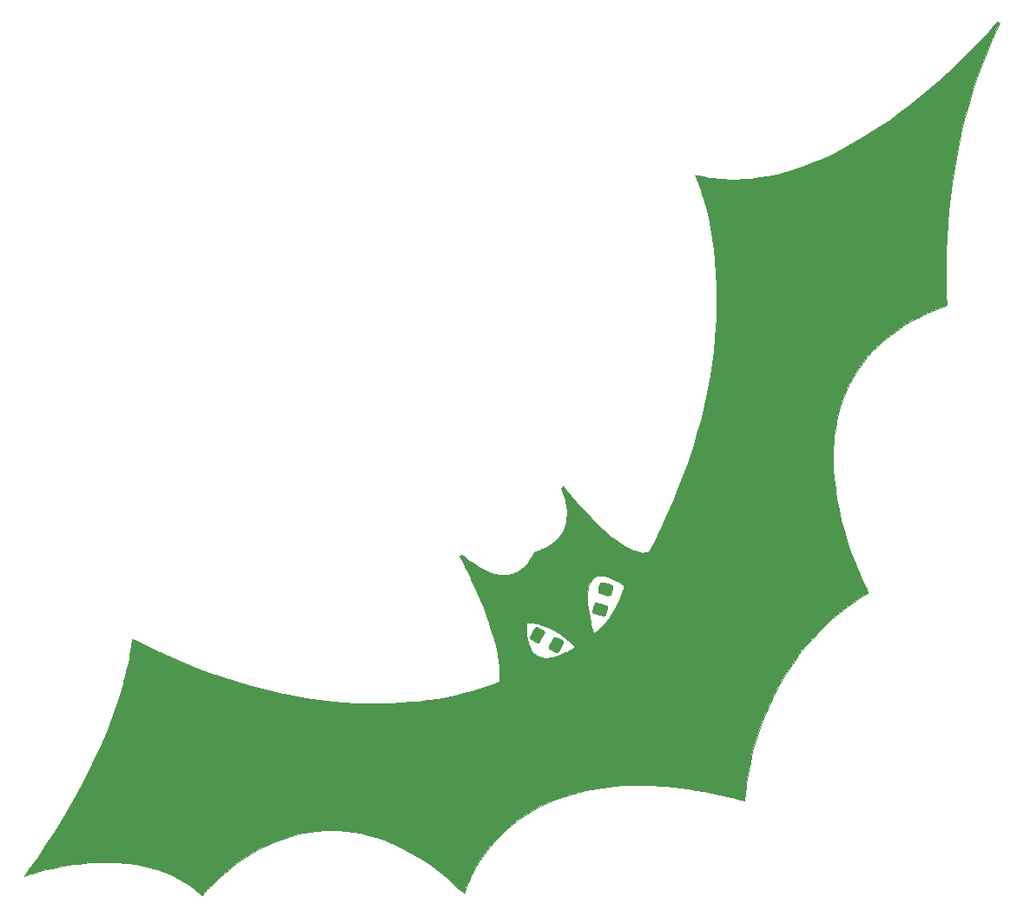
<source format=gbr>
%TF.GenerationSoftware,KiCad,Pcbnew,(5.1.7-0-10_14)*%
%TF.CreationDate,2020-10-21T09:02:29+08:00*%
%TF.ProjectId,HallowBadges,48616c6c-6f77-4426-9164-6765732e6b69,rev?*%
%TF.SameCoordinates,Original*%
%TF.FileFunction,Copper,L1,Top*%
%TF.FilePolarity,Positive*%
%FSLAX46Y46*%
G04 Gerber Fmt 4.6, Leading zero omitted, Abs format (unit mm)*
G04 Created by KiCad (PCBNEW (5.1.7-0-10_14)) date 2020-10-21 09:02:29*
%MOMM*%
%LPD*%
G01*
G04 APERTURE LIST*
%TA.AperFunction,EtchedComponent*%
%ADD10C,0.010000*%
%TD*%
%TA.AperFunction,ViaPad*%
%ADD11C,0.800000*%
%TD*%
G04 APERTURE END LIST*
D10*
%TO.C,Ref\u002A\u002A*%
G36*
X189411859Y-58563086D02*
G01*
X189474671Y-58603953D01*
X189528683Y-58643704D01*
X189584850Y-58688489D01*
X189515258Y-58834740D01*
X188945804Y-60072307D01*
X188412148Y-61316900D01*
X187913499Y-62571060D01*
X187449066Y-63837326D01*
X187018057Y-65118241D01*
X186619680Y-66416344D01*
X186253144Y-67734176D01*
X185917659Y-69074277D01*
X185612431Y-70439189D01*
X185336671Y-71831451D01*
X185164275Y-72802824D01*
X184945149Y-74186820D01*
X184759933Y-75553193D01*
X184608039Y-76908861D01*
X184488883Y-78260741D01*
X184401878Y-79615751D01*
X184346441Y-80980810D01*
X184321985Y-82362835D01*
X184320603Y-82772324D01*
X184321085Y-83156757D01*
X184322798Y-83504540D01*
X184325902Y-83821344D01*
X184330562Y-84112838D01*
X184336939Y-84384692D01*
X184345196Y-84642577D01*
X184355495Y-84892162D01*
X184367998Y-85139118D01*
X184382868Y-85389115D01*
X184400267Y-85647822D01*
X184404762Y-85710792D01*
X184414158Y-85845718D01*
X184421871Y-85965595D01*
X184427560Y-86064290D01*
X184430882Y-86135669D01*
X184431495Y-86173600D01*
X184430843Y-86178097D01*
X184409647Y-86186829D01*
X184355165Y-86207838D01*
X184273804Y-86238692D01*
X184171975Y-86276960D01*
X184063784Y-86317346D01*
X183234171Y-86644361D01*
X182434638Y-86996572D01*
X181665773Y-87373527D01*
X180928163Y-87774775D01*
X180222396Y-88199865D01*
X179549058Y-88648346D01*
X178908736Y-89119767D01*
X178302019Y-89613675D01*
X177729493Y-90129621D01*
X177191745Y-90667151D01*
X176689363Y-91225817D01*
X176222934Y-91805165D01*
X175793045Y-92404745D01*
X175455375Y-92932324D01*
X175111685Y-93531862D01*
X174800491Y-94143339D01*
X174521035Y-94769216D01*
X174272556Y-95411954D01*
X174054297Y-96074016D01*
X173865496Y-96757861D01*
X173705396Y-97465951D01*
X173573237Y-98200747D01*
X173468259Y-98964711D01*
X173405092Y-99578657D01*
X173397531Y-99688099D01*
X173390726Y-99833812D01*
X173384727Y-100009738D01*
X173379587Y-100209821D01*
X173375358Y-100428003D01*
X173372091Y-100658227D01*
X173369838Y-100894436D01*
X173368651Y-101130573D01*
X173368582Y-101360581D01*
X173369683Y-101578403D01*
X173372005Y-101777982D01*
X173375600Y-101953261D01*
X173380520Y-102098182D01*
X173383098Y-102150407D01*
X173456800Y-103119212D01*
X173570372Y-104100409D01*
X173723557Y-105092895D01*
X173916100Y-106095569D01*
X174147743Y-107107328D01*
X174418233Y-108127070D01*
X174727311Y-109153693D01*
X175074723Y-110186095D01*
X175460213Y-111223174D01*
X175533539Y-111410042D01*
X175664946Y-111735887D01*
X175805728Y-112073348D01*
X175952464Y-112414765D01*
X176101733Y-112752480D01*
X176250114Y-113078832D01*
X176394187Y-113386164D01*
X176530531Y-113666815D01*
X176625192Y-113854280D01*
X176679079Y-113961412D01*
X176723953Y-114055490D01*
X176756985Y-114130166D01*
X176775346Y-114179096D01*
X176777393Y-114195629D01*
X176754990Y-114210816D01*
X176702378Y-114244290D01*
X176625510Y-114292331D01*
X176530341Y-114351218D01*
X176422823Y-114417230D01*
X176422617Y-114417357D01*
X175608950Y-114939677D01*
X174815180Y-115498644D01*
X174043059Y-116092656D01*
X173294341Y-116720112D01*
X172570779Y-117379410D01*
X171874124Y-118068950D01*
X171206131Y-118787130D01*
X170568551Y-119532348D01*
X169963138Y-120303003D01*
X169925935Y-120352609D01*
X169337462Y-121174522D01*
X168780453Y-122024167D01*
X168255425Y-122900391D01*
X167762897Y-123802038D01*
X167303387Y-124727953D01*
X166877413Y-125676981D01*
X166485494Y-126647967D01*
X166128147Y-127639757D01*
X165805892Y-128651194D01*
X165519246Y-129681125D01*
X165268729Y-130728394D01*
X165267572Y-130733654D01*
X165183138Y-131135371D01*
X165103194Y-131550535D01*
X165028754Y-131972257D01*
X164960831Y-132393647D01*
X164900441Y-132807814D01*
X164848597Y-133207869D01*
X164806313Y-133586921D01*
X164774603Y-133938082D01*
X164757114Y-134202032D01*
X164750885Y-134303291D01*
X164744123Y-134387227D01*
X164737585Y-134445915D01*
X164732030Y-134471431D01*
X164731324Y-134471907D01*
X164708981Y-134466932D01*
X164649962Y-134452727D01*
X164558650Y-134430377D01*
X164439425Y-134400962D01*
X164296671Y-134365565D01*
X164134770Y-134325270D01*
X163958105Y-134281158D01*
X163882592Y-134262262D01*
X163055363Y-134061049D01*
X162258464Y-133879631D01*
X161485378Y-133716963D01*
X160729588Y-133571994D01*
X159984578Y-133443679D01*
X159243832Y-133330967D01*
X158500833Y-133232812D01*
X157749064Y-133148165D01*
X156982010Y-133075979D01*
X156193154Y-133015205D01*
X156081450Y-133007604D01*
X155955694Y-133000969D01*
X155793616Y-132995236D01*
X155600636Y-132990408D01*
X155382173Y-132986486D01*
X155143647Y-132983470D01*
X154890478Y-132981361D01*
X154628085Y-132980162D01*
X154361887Y-132979872D01*
X154097305Y-132980494D01*
X153839758Y-132982028D01*
X153594665Y-132984476D01*
X153367446Y-132987838D01*
X153163520Y-132992116D01*
X152988308Y-132997311D01*
X152847228Y-133003424D01*
X152790034Y-133006905D01*
X152130611Y-133058793D01*
X151506452Y-133120622D01*
X150911462Y-133193311D01*
X150339545Y-133277775D01*
X149784604Y-133374933D01*
X149240543Y-133485701D01*
X148701267Y-133610997D01*
X148588450Y-133639142D01*
X147753740Y-133868549D01*
X146947967Y-134128323D01*
X146169987Y-134419046D01*
X145418654Y-134741297D01*
X144692823Y-135095659D01*
X143991350Y-135482711D01*
X143313090Y-135903037D01*
X142656898Y-136357215D01*
X142021629Y-136845829D01*
X141635200Y-137168528D01*
X141517968Y-137272662D01*
X141378472Y-137401770D01*
X141223033Y-137549599D01*
X141057971Y-137709898D01*
X140889607Y-137876413D01*
X140724260Y-138042892D01*
X140568252Y-138203083D01*
X140427901Y-138350733D01*
X140309529Y-138479590D01*
X140306482Y-138482990D01*
X139797511Y-139082318D01*
X139324373Y-139703357D01*
X138887655Y-140345239D01*
X138487945Y-141007093D01*
X138125830Y-141688049D01*
X138078102Y-141784990D01*
X137928722Y-142101422D01*
X137792933Y-142409366D01*
X137673449Y-142702183D01*
X137572986Y-142973238D01*
X137498048Y-143203157D01*
X137468134Y-143302642D01*
X137442019Y-143388703D01*
X137422410Y-143452467D01*
X137412018Y-143485062D01*
X137411749Y-143485827D01*
X137392806Y-143483603D01*
X137346151Y-143451568D01*
X137273076Y-143390747D01*
X137174875Y-143302165D01*
X137144797Y-143274160D01*
X136390463Y-142589388D01*
X135635430Y-141946917D01*
X134879645Y-141346719D01*
X134123057Y-140788767D01*
X133365615Y-140273034D01*
X132607268Y-139799492D01*
X131847964Y-139368113D01*
X131087652Y-138978870D01*
X130326281Y-138631736D01*
X129563800Y-138326683D01*
X128800158Y-138063683D01*
X128035302Y-137842710D01*
X127269183Y-137663735D01*
X126501749Y-137526732D01*
X126395200Y-137511042D01*
X126163644Y-137478889D01*
X125954071Y-137452436D01*
X125758499Y-137431169D01*
X125568945Y-137414574D01*
X125377425Y-137402139D01*
X125175957Y-137393348D01*
X124956557Y-137387690D01*
X124711242Y-137384650D01*
X124432029Y-137383715D01*
X124416117Y-137383714D01*
X124143161Y-137384502D01*
X123904526Y-137387154D01*
X123692224Y-137392189D01*
X123498262Y-137400125D01*
X123314652Y-137411481D01*
X123133404Y-137426775D01*
X122946526Y-137446527D01*
X122746029Y-137471254D01*
X122523922Y-137501476D01*
X122458200Y-137510789D01*
X121717858Y-137637397D01*
X120977529Y-137805692D01*
X120238634Y-138015049D01*
X119502590Y-138264846D01*
X118770815Y-138554460D01*
X118044727Y-138883266D01*
X117325745Y-139250641D01*
X116615287Y-139655962D01*
X115914771Y-140098606D01*
X115225616Y-140577948D01*
X114859367Y-140851318D01*
X114469747Y-141157878D01*
X114080556Y-141480761D01*
X113697167Y-141814937D01*
X113324952Y-142155372D01*
X112969282Y-142497036D01*
X112635531Y-142834896D01*
X112329071Y-143163920D01*
X112060319Y-143473032D01*
X111990897Y-143555007D01*
X111930847Y-143623812D01*
X111885421Y-143673590D01*
X111859867Y-143698485D01*
X111856665Y-143700240D01*
X111836351Y-143686872D01*
X111791456Y-143650831D01*
X111728841Y-143597786D01*
X111663200Y-143540365D01*
X111152252Y-143115472D01*
X110612510Y-142721176D01*
X110044768Y-142357801D01*
X109449823Y-142025669D01*
X108828470Y-141725104D01*
X108181505Y-141456428D01*
X107509723Y-141219964D01*
X106813921Y-141016037D01*
X106094893Y-140844968D01*
X105353436Y-140707082D01*
X104590344Y-140602700D01*
X104371284Y-140579358D01*
X103576163Y-140517537D01*
X102758418Y-140488571D01*
X101922062Y-140492412D01*
X101071106Y-140529012D01*
X100209563Y-140598324D01*
X99883950Y-140632810D01*
X99346268Y-140700035D01*
X98796525Y-140781280D01*
X98241069Y-140875173D01*
X97686246Y-140980344D01*
X97138402Y-141095423D01*
X96603885Y-141219040D01*
X96089040Y-141349825D01*
X95600214Y-141486407D01*
X95143754Y-141627416D01*
X94904314Y-141707918D01*
X94788676Y-141747159D01*
X94688129Y-141779532D01*
X94608908Y-141803175D01*
X94557248Y-141816224D01*
X94539367Y-141816984D01*
X94551349Y-141796316D01*
X94585428Y-141745399D01*
X94638805Y-141668218D01*
X94708679Y-141568762D01*
X94792251Y-141451019D01*
X94886719Y-141318976D01*
X94980405Y-141188907D01*
X95840549Y-139973487D01*
X96667552Y-138754275D01*
X97460874Y-137532341D01*
X98219978Y-136308752D01*
X98944327Y-135084579D01*
X99633383Y-133860890D01*
X100286608Y-132638754D01*
X100903465Y-131419240D01*
X101483415Y-130203417D01*
X102025921Y-128992354D01*
X102530445Y-127787120D01*
X102996450Y-126588783D01*
X103423398Y-125398413D01*
X103810750Y-124217079D01*
X104157970Y-123045850D01*
X104220702Y-122819657D01*
X104336637Y-122384795D01*
X104446881Y-121947416D01*
X104550442Y-121512375D01*
X104646328Y-121084524D01*
X104733548Y-120668716D01*
X104811109Y-120269806D01*
X104878020Y-119892647D01*
X104933289Y-119542092D01*
X104975925Y-119222995D01*
X104998366Y-119014137D01*
X105009292Y-118908980D01*
X105020378Y-118820811D01*
X105030518Y-118757244D01*
X105038605Y-118725894D01*
X105040522Y-118723907D01*
X105062144Y-118733112D01*
X105117289Y-118759328D01*
X105201702Y-118800458D01*
X105311131Y-118854405D01*
X105441323Y-118919070D01*
X105588024Y-118992357D01*
X105746981Y-119072167D01*
X105761047Y-119079248D01*
X107118655Y-119743267D01*
X108478068Y-120369226D01*
X109838482Y-120956888D01*
X111199094Y-121506018D01*
X112559099Y-122016379D01*
X113917693Y-122487735D01*
X115274074Y-122919851D01*
X116627436Y-123312491D01*
X117976977Y-123665419D01*
X119321893Y-123978400D01*
X120661379Y-124251196D01*
X121994632Y-124483573D01*
X123320848Y-124675294D01*
X124639223Y-124826124D01*
X125643784Y-124913891D01*
X126780344Y-124984291D01*
X127914358Y-125023939D01*
X129041042Y-125032904D01*
X130155614Y-125011255D01*
X131253291Y-124959060D01*
X132329289Y-124876389D01*
X132999200Y-124808094D01*
X133912767Y-124694041D01*
X134809382Y-124558743D01*
X135686184Y-124402864D01*
X136540312Y-124227066D01*
X137368905Y-124032012D01*
X138169102Y-123818366D01*
X138938041Y-123586791D01*
X139672863Y-123337949D01*
X140206450Y-123137807D01*
X140330756Y-123088547D01*
X140452964Y-123039178D01*
X140562643Y-122993981D01*
X140649360Y-122957234D01*
X140685275Y-122941366D01*
X140825433Y-122877692D01*
X140841438Y-122689924D01*
X140850180Y-122543807D01*
X140854894Y-122366154D01*
X140855739Y-122167557D01*
X140852873Y-121958605D01*
X140846457Y-121749891D01*
X140836649Y-121552003D01*
X140823609Y-121375533D01*
X140821301Y-121350697D01*
X140759096Y-120834102D01*
X140668885Y-120287153D01*
X140551019Y-119710932D01*
X140405850Y-119106516D01*
X140233729Y-118474986D01*
X140035005Y-117817423D01*
X139943191Y-117538879D01*
X143459415Y-117538879D01*
X143462562Y-117964821D01*
X143491106Y-118362287D01*
X143544732Y-118730437D01*
X143623127Y-119068430D01*
X143725979Y-119375427D01*
X143852972Y-119650587D01*
X144003795Y-119893070D01*
X144178133Y-120102036D01*
X144375674Y-120276645D01*
X144515940Y-120371061D01*
X144616579Y-120422248D01*
X144743390Y-120473364D01*
X144880587Y-120518733D01*
X145012380Y-120552678D01*
X145032450Y-120556775D01*
X145147302Y-120571430D01*
X145291679Y-120578142D01*
X145453604Y-120577310D01*
X145621099Y-120569337D01*
X145782187Y-120554620D01*
X145924890Y-120533562D01*
X145964284Y-120525643D01*
X146277177Y-120443937D01*
X146609777Y-120331380D01*
X146955664Y-120190428D01*
X147308419Y-120023540D01*
X147403117Y-119974818D01*
X147555960Y-119893367D01*
X147700883Y-119813378D01*
X147833367Y-119737583D01*
X147948893Y-119668713D01*
X148042941Y-119609501D01*
X148110992Y-119562676D01*
X148148526Y-119530971D01*
X148154534Y-119520690D01*
X148140436Y-119493242D01*
X148101380Y-119441165D01*
X148042219Y-119369882D01*
X147967807Y-119284821D01*
X147882996Y-119191405D01*
X147792642Y-119095061D01*
X147701596Y-119001215D01*
X147614714Y-118915290D01*
X147602194Y-118903280D01*
X147212950Y-118558029D01*
X146803775Y-118245803D01*
X146377395Y-117968038D01*
X145936535Y-117726174D01*
X145483922Y-117521648D01*
X145022279Y-117355897D01*
X144554334Y-117230361D01*
X144353748Y-117189451D01*
X144238987Y-117169987D01*
X144112249Y-117151380D01*
X143980602Y-117134344D01*
X143851112Y-117119593D01*
X143730847Y-117107840D01*
X143626873Y-117099800D01*
X143546258Y-117096186D01*
X143496070Y-117097711D01*
X143483347Y-117101537D01*
X143478429Y-117126271D01*
X143473266Y-117186696D01*
X143468222Y-117276177D01*
X143463660Y-117388076D01*
X143459944Y-117515757D01*
X143459415Y-117538879D01*
X139943191Y-117538879D01*
X139810031Y-117134904D01*
X139559157Y-116428511D01*
X139282734Y-115699323D01*
X138981112Y-114948420D01*
X138799732Y-114519764D01*
X149407687Y-114519764D01*
X149409412Y-114879137D01*
X149430674Y-115269015D01*
X149471131Y-115686054D01*
X149530444Y-116126908D01*
X149608271Y-116588235D01*
X149704273Y-117066689D01*
X149730415Y-117185640D01*
X149767110Y-117346298D01*
X149805283Y-117507105D01*
X149843543Y-117662791D01*
X149880504Y-117808089D01*
X149914775Y-117937729D01*
X149944968Y-118046443D01*
X149969695Y-118128961D01*
X149987566Y-118180016D01*
X149996397Y-118194740D01*
X150018789Y-118183764D01*
X150067118Y-118154538D01*
X150132318Y-118112621D01*
X150156136Y-118096853D01*
X150361368Y-117947352D01*
X150576026Y-117765837D01*
X150802768Y-117549936D01*
X151006504Y-117338132D01*
X151304495Y-116991594D01*
X151590205Y-116607372D01*
X151861795Y-116188807D01*
X152117427Y-115739242D01*
X152355261Y-115262019D01*
X152573458Y-114760477D01*
X152770178Y-114237960D01*
X152859232Y-113971990D01*
X152907553Y-113822969D01*
X152944214Y-113708910D01*
X152969108Y-113624048D01*
X152982128Y-113562621D01*
X152983166Y-113518862D01*
X152972113Y-113487008D01*
X152948864Y-113461294D01*
X152913310Y-113435957D01*
X152865343Y-113405230D01*
X152848448Y-113394054D01*
X152685108Y-113288571D01*
X152501426Y-113177105D01*
X152310527Y-113067186D01*
X152125533Y-112966342D01*
X151959569Y-112882102D01*
X151938329Y-112871933D01*
X151619946Y-112734351D01*
X151322376Y-112633528D01*
X151045740Y-112569398D01*
X150790163Y-112541897D01*
X150555768Y-112550960D01*
X150342677Y-112596522D01*
X150151014Y-112678518D01*
X149980902Y-112796883D01*
X149832464Y-112951553D01*
X149705825Y-113142462D01*
X149601106Y-113369547D01*
X149518431Y-113632741D01*
X149457923Y-113931980D01*
X149425839Y-114194240D01*
X149407687Y-114519764D01*
X138799732Y-114519764D01*
X138654644Y-114176881D01*
X138303679Y-113385786D01*
X138062181Y-112860740D01*
X138008688Y-112747542D01*
X137939306Y-112603113D01*
X137857242Y-112434003D01*
X137765705Y-112246762D01*
X137667901Y-112047940D01*
X137567039Y-111844088D01*
X137466325Y-111641756D01*
X137416544Y-111542244D01*
X137327029Y-111363185D01*
X137243897Y-111196024D01*
X137168970Y-111044492D01*
X137104074Y-110912322D01*
X137051034Y-110803244D01*
X137011674Y-110720990D01*
X136987820Y-110669293D01*
X136981169Y-110651889D01*
X137000677Y-110636582D01*
X137043114Y-110602810D01*
X137086917Y-110567791D01*
X137184717Y-110489467D01*
X137462227Y-110721079D01*
X137913795Y-111081607D01*
X138355667Y-111401255D01*
X138788259Y-111680250D01*
X139211988Y-111918819D01*
X139627269Y-112117190D01*
X140034518Y-112275590D01*
X140434153Y-112394246D01*
X140590893Y-112430404D01*
X140696791Y-112451804D01*
X140788156Y-112467199D01*
X140876021Y-112477542D01*
X140971419Y-112483791D01*
X141085383Y-112486899D01*
X141228948Y-112487822D01*
X141254200Y-112487831D01*
X141461408Y-112484607D01*
X141638020Y-112473811D01*
X141795374Y-112453649D01*
X141944814Y-112422324D01*
X142097678Y-112378040D01*
X142224089Y-112334261D01*
X142531551Y-112199738D01*
X142826087Y-112026357D01*
X143105547Y-111816198D01*
X143367786Y-111571339D01*
X143610656Y-111293862D01*
X143832009Y-110985845D01*
X144029697Y-110649368D01*
X144093665Y-110523700D01*
X144135314Y-110436317D01*
X144168847Y-110361570D01*
X144190383Y-110308399D01*
X144196367Y-110287219D01*
X144215632Y-110269747D01*
X144268661Y-110244501D01*
X144348302Y-110214576D01*
X144413325Y-110193345D01*
X144711123Y-110091745D01*
X145011402Y-109971697D01*
X145303365Y-109838187D01*
X145576213Y-109696198D01*
X145819149Y-109550714D01*
X145851261Y-109529618D01*
X146171826Y-109293144D01*
X146456479Y-109034540D01*
X146705034Y-108754390D01*
X146917301Y-108453280D01*
X147093094Y-108131793D01*
X147232224Y-107790514D01*
X147334504Y-107430027D01*
X147399746Y-107050917D01*
X147427763Y-106653769D01*
X147418365Y-106239166D01*
X147371367Y-105807694D01*
X147286579Y-105359936D01*
X147245549Y-105190085D01*
X147182712Y-104963204D01*
X147108800Y-104728252D01*
X147028531Y-104498958D01*
X146946621Y-104289052D01*
X146895580Y-104171370D01*
X146823034Y-104012178D01*
X146939375Y-103934931D01*
X147003958Y-103894097D01*
X147044091Y-103875684D01*
X147069126Y-103876625D01*
X147083227Y-103887754D01*
X147104081Y-103912026D01*
X147147821Y-103963984D01*
X147210335Y-104038707D01*
X147287510Y-104131273D01*
X147375236Y-104236761D01*
X147435536Y-104309407D01*
X147953533Y-104924409D01*
X148463114Y-105510389D01*
X148963369Y-106066460D01*
X149453390Y-106591732D01*
X149932266Y-107085318D01*
X150399088Y-107546329D01*
X150852946Y-107973877D01*
X151292932Y-108367073D01*
X151718136Y-108725030D01*
X152127647Y-109046860D01*
X152520558Y-109331673D01*
X152705824Y-109456841D01*
X153052538Y-109674201D01*
X153385350Y-109860729D01*
X153702998Y-110016076D01*
X154004218Y-110139891D01*
X154287748Y-110231824D01*
X154552325Y-110291525D01*
X154796688Y-110318645D01*
X155019572Y-110312833D01*
X155219716Y-110273738D01*
X155393963Y-110202047D01*
X155492812Y-110148246D01*
X155970737Y-109192035D01*
X156616411Y-107867107D01*
X157222961Y-106553908D01*
X157791226Y-105250199D01*
X158322044Y-103953743D01*
X158816255Y-102662303D01*
X159274698Y-101373642D01*
X159698212Y-100085523D01*
X160087635Y-98795707D01*
X160443808Y-97501959D01*
X160631878Y-96763490D01*
X160919927Y-95537097D01*
X161173448Y-94325526D01*
X161393521Y-93121541D01*
X161581226Y-91917909D01*
X161737643Y-90707393D01*
X161863853Y-89482760D01*
X161960935Y-88236774D01*
X161998598Y-87608907D01*
X162006107Y-87443475D01*
X162012850Y-87241676D01*
X162018791Y-87009470D01*
X162023891Y-86752817D01*
X162028112Y-86477677D01*
X162031416Y-86190009D01*
X162033766Y-85895774D01*
X162035123Y-85600932D01*
X162035450Y-85311442D01*
X162034709Y-85033265D01*
X162032862Y-84772361D01*
X162029870Y-84534689D01*
X162025697Y-84326210D01*
X162020531Y-84158740D01*
X161960594Y-82998301D01*
X161871038Y-81867380D01*
X161751745Y-80765138D01*
X161602598Y-79690734D01*
X161423481Y-78643329D01*
X161214276Y-77622081D01*
X160974868Y-76626150D01*
X160970876Y-76610744D01*
X160857141Y-76188102D01*
X160736005Y-75767459D01*
X160609518Y-75355012D01*
X160479726Y-74956954D01*
X160348678Y-74579480D01*
X160218421Y-74228785D01*
X160091004Y-73911063D01*
X160035560Y-73781459D01*
X159993456Y-73683361D01*
X159959165Y-73599931D01*
X159935528Y-73538361D01*
X159925384Y-73505844D01*
X159925493Y-73502704D01*
X159948200Y-73503750D01*
X160003544Y-73512766D01*
X160082911Y-73528203D01*
X160166617Y-73546055D01*
X160698633Y-73656064D01*
X161209259Y-73745216D01*
X161709302Y-73814678D01*
X162209572Y-73865619D01*
X162720877Y-73899205D01*
X163254026Y-73916602D01*
X163627367Y-73919784D01*
X163917318Y-73918512D01*
X164176225Y-73914422D01*
X164415313Y-73906981D01*
X164645809Y-73895659D01*
X164878939Y-73879926D01*
X165125930Y-73859250D01*
X165341867Y-73838713D01*
X166182616Y-73735525D01*
X167033796Y-73591723D01*
X167894901Y-73407592D01*
X168765427Y-73183413D01*
X169644869Y-72919471D01*
X170532722Y-72616048D01*
X171428481Y-72273427D01*
X172331642Y-71891893D01*
X173241699Y-71471727D01*
X174158149Y-71013213D01*
X175080486Y-70516635D01*
X176008205Y-69982275D01*
X176940802Y-69410417D01*
X177877772Y-68801344D01*
X178818609Y-68155339D01*
X179762810Y-67472686D01*
X180709869Y-66753667D01*
X181659282Y-65998566D01*
X182610543Y-65207665D01*
X183563149Y-64381249D01*
X184516594Y-63519600D01*
X185470373Y-62623002D01*
X185661689Y-62438969D01*
X186025033Y-62084489D01*
X186396655Y-61715010D01*
X186772167Y-61335160D01*
X187147183Y-60949566D01*
X187517315Y-60562857D01*
X187878178Y-60179662D01*
X188225383Y-59804608D01*
X188554544Y-59442322D01*
X188861273Y-59097435D01*
X189141185Y-58774572D01*
X189194634Y-58711789D01*
X189351200Y-58527255D01*
X189411859Y-58563086D01*
G37*
X189411859Y-58563086D02*
X189474671Y-58603953D01*
X189528683Y-58643704D01*
X189584850Y-58688489D01*
X189515258Y-58834740D01*
X188945804Y-60072307D01*
X188412148Y-61316900D01*
X187913499Y-62571060D01*
X187449066Y-63837326D01*
X187018057Y-65118241D01*
X186619680Y-66416344D01*
X186253144Y-67734176D01*
X185917659Y-69074277D01*
X185612431Y-70439189D01*
X185336671Y-71831451D01*
X185164275Y-72802824D01*
X184945149Y-74186820D01*
X184759933Y-75553193D01*
X184608039Y-76908861D01*
X184488883Y-78260741D01*
X184401878Y-79615751D01*
X184346441Y-80980810D01*
X184321985Y-82362835D01*
X184320603Y-82772324D01*
X184321085Y-83156757D01*
X184322798Y-83504540D01*
X184325902Y-83821344D01*
X184330562Y-84112838D01*
X184336939Y-84384692D01*
X184345196Y-84642577D01*
X184355495Y-84892162D01*
X184367998Y-85139118D01*
X184382868Y-85389115D01*
X184400267Y-85647822D01*
X184404762Y-85710792D01*
X184414158Y-85845718D01*
X184421871Y-85965595D01*
X184427560Y-86064290D01*
X184430882Y-86135669D01*
X184431495Y-86173600D01*
X184430843Y-86178097D01*
X184409647Y-86186829D01*
X184355165Y-86207838D01*
X184273804Y-86238692D01*
X184171975Y-86276960D01*
X184063784Y-86317346D01*
X183234171Y-86644361D01*
X182434638Y-86996572D01*
X181665773Y-87373527D01*
X180928163Y-87774775D01*
X180222396Y-88199865D01*
X179549058Y-88648346D01*
X178908736Y-89119767D01*
X178302019Y-89613675D01*
X177729493Y-90129621D01*
X177191745Y-90667151D01*
X176689363Y-91225817D01*
X176222934Y-91805165D01*
X175793045Y-92404745D01*
X175455375Y-92932324D01*
X175111685Y-93531862D01*
X174800491Y-94143339D01*
X174521035Y-94769216D01*
X174272556Y-95411954D01*
X174054297Y-96074016D01*
X173865496Y-96757861D01*
X173705396Y-97465951D01*
X173573237Y-98200747D01*
X173468259Y-98964711D01*
X173405092Y-99578657D01*
X173397531Y-99688099D01*
X173390726Y-99833812D01*
X173384727Y-100009738D01*
X173379587Y-100209821D01*
X173375358Y-100428003D01*
X173372091Y-100658227D01*
X173369838Y-100894436D01*
X173368651Y-101130573D01*
X173368582Y-101360581D01*
X173369683Y-101578403D01*
X173372005Y-101777982D01*
X173375600Y-101953261D01*
X173380520Y-102098182D01*
X173383098Y-102150407D01*
X173456800Y-103119212D01*
X173570372Y-104100409D01*
X173723557Y-105092895D01*
X173916100Y-106095569D01*
X174147743Y-107107328D01*
X174418233Y-108127070D01*
X174727311Y-109153693D01*
X175074723Y-110186095D01*
X175460213Y-111223174D01*
X175533539Y-111410042D01*
X175664946Y-111735887D01*
X175805728Y-112073348D01*
X175952464Y-112414765D01*
X176101733Y-112752480D01*
X176250114Y-113078832D01*
X176394187Y-113386164D01*
X176530531Y-113666815D01*
X176625192Y-113854280D01*
X176679079Y-113961412D01*
X176723953Y-114055490D01*
X176756985Y-114130166D01*
X176775346Y-114179096D01*
X176777393Y-114195629D01*
X176754990Y-114210816D01*
X176702378Y-114244290D01*
X176625510Y-114292331D01*
X176530341Y-114351218D01*
X176422823Y-114417230D01*
X176422617Y-114417357D01*
X175608950Y-114939677D01*
X174815180Y-115498644D01*
X174043059Y-116092656D01*
X173294341Y-116720112D01*
X172570779Y-117379410D01*
X171874124Y-118068950D01*
X171206131Y-118787130D01*
X170568551Y-119532348D01*
X169963138Y-120303003D01*
X169925935Y-120352609D01*
X169337462Y-121174522D01*
X168780453Y-122024167D01*
X168255425Y-122900391D01*
X167762897Y-123802038D01*
X167303387Y-124727953D01*
X166877413Y-125676981D01*
X166485494Y-126647967D01*
X166128147Y-127639757D01*
X165805892Y-128651194D01*
X165519246Y-129681125D01*
X165268729Y-130728394D01*
X165267572Y-130733654D01*
X165183138Y-131135371D01*
X165103194Y-131550535D01*
X165028754Y-131972257D01*
X164960831Y-132393647D01*
X164900441Y-132807814D01*
X164848597Y-133207869D01*
X164806313Y-133586921D01*
X164774603Y-133938082D01*
X164757114Y-134202032D01*
X164750885Y-134303291D01*
X164744123Y-134387227D01*
X164737585Y-134445915D01*
X164732030Y-134471431D01*
X164731324Y-134471907D01*
X164708981Y-134466932D01*
X164649962Y-134452727D01*
X164558650Y-134430377D01*
X164439425Y-134400962D01*
X164296671Y-134365565D01*
X164134770Y-134325270D01*
X163958105Y-134281158D01*
X163882592Y-134262262D01*
X163055363Y-134061049D01*
X162258464Y-133879631D01*
X161485378Y-133716963D01*
X160729588Y-133571994D01*
X159984578Y-133443679D01*
X159243832Y-133330967D01*
X158500833Y-133232812D01*
X157749064Y-133148165D01*
X156982010Y-133075979D01*
X156193154Y-133015205D01*
X156081450Y-133007604D01*
X155955694Y-133000969D01*
X155793616Y-132995236D01*
X155600636Y-132990408D01*
X155382173Y-132986486D01*
X155143647Y-132983470D01*
X154890478Y-132981361D01*
X154628085Y-132980162D01*
X154361887Y-132979872D01*
X154097305Y-132980494D01*
X153839758Y-132982028D01*
X153594665Y-132984476D01*
X153367446Y-132987838D01*
X153163520Y-132992116D01*
X152988308Y-132997311D01*
X152847228Y-133003424D01*
X152790034Y-133006905D01*
X152130611Y-133058793D01*
X151506452Y-133120622D01*
X150911462Y-133193311D01*
X150339545Y-133277775D01*
X149784604Y-133374933D01*
X149240543Y-133485701D01*
X148701267Y-133610997D01*
X148588450Y-133639142D01*
X147753740Y-133868549D01*
X146947967Y-134128323D01*
X146169987Y-134419046D01*
X145418654Y-134741297D01*
X144692823Y-135095659D01*
X143991350Y-135482711D01*
X143313090Y-135903037D01*
X142656898Y-136357215D01*
X142021629Y-136845829D01*
X141635200Y-137168528D01*
X141517968Y-137272662D01*
X141378472Y-137401770D01*
X141223033Y-137549599D01*
X141057971Y-137709898D01*
X140889607Y-137876413D01*
X140724260Y-138042892D01*
X140568252Y-138203083D01*
X140427901Y-138350733D01*
X140309529Y-138479590D01*
X140306482Y-138482990D01*
X139797511Y-139082318D01*
X139324373Y-139703357D01*
X138887655Y-140345239D01*
X138487945Y-141007093D01*
X138125830Y-141688049D01*
X138078102Y-141784990D01*
X137928722Y-142101422D01*
X137792933Y-142409366D01*
X137673449Y-142702183D01*
X137572986Y-142973238D01*
X137498048Y-143203157D01*
X137468134Y-143302642D01*
X137442019Y-143388703D01*
X137422410Y-143452467D01*
X137412018Y-143485062D01*
X137411749Y-143485827D01*
X137392806Y-143483603D01*
X137346151Y-143451568D01*
X137273076Y-143390747D01*
X137174875Y-143302165D01*
X137144797Y-143274160D01*
X136390463Y-142589388D01*
X135635430Y-141946917D01*
X134879645Y-141346719D01*
X134123057Y-140788767D01*
X133365615Y-140273034D01*
X132607268Y-139799492D01*
X131847964Y-139368113D01*
X131087652Y-138978870D01*
X130326281Y-138631736D01*
X129563800Y-138326683D01*
X128800158Y-138063683D01*
X128035302Y-137842710D01*
X127269183Y-137663735D01*
X126501749Y-137526732D01*
X126395200Y-137511042D01*
X126163644Y-137478889D01*
X125954071Y-137452436D01*
X125758499Y-137431169D01*
X125568945Y-137414574D01*
X125377425Y-137402139D01*
X125175957Y-137393348D01*
X124956557Y-137387690D01*
X124711242Y-137384650D01*
X124432029Y-137383715D01*
X124416117Y-137383714D01*
X124143161Y-137384502D01*
X123904526Y-137387154D01*
X123692224Y-137392189D01*
X123498262Y-137400125D01*
X123314652Y-137411481D01*
X123133404Y-137426775D01*
X122946526Y-137446527D01*
X122746029Y-137471254D01*
X122523922Y-137501476D01*
X122458200Y-137510789D01*
X121717858Y-137637397D01*
X120977529Y-137805692D01*
X120238634Y-138015049D01*
X119502590Y-138264846D01*
X118770815Y-138554460D01*
X118044727Y-138883266D01*
X117325745Y-139250641D01*
X116615287Y-139655962D01*
X115914771Y-140098606D01*
X115225616Y-140577948D01*
X114859367Y-140851318D01*
X114469747Y-141157878D01*
X114080556Y-141480761D01*
X113697167Y-141814937D01*
X113324952Y-142155372D01*
X112969282Y-142497036D01*
X112635531Y-142834896D01*
X112329071Y-143163920D01*
X112060319Y-143473032D01*
X111990897Y-143555007D01*
X111930847Y-143623812D01*
X111885421Y-143673590D01*
X111859867Y-143698485D01*
X111856665Y-143700240D01*
X111836351Y-143686872D01*
X111791456Y-143650831D01*
X111728841Y-143597786D01*
X111663200Y-143540365D01*
X111152252Y-143115472D01*
X110612510Y-142721176D01*
X110044768Y-142357801D01*
X109449823Y-142025669D01*
X108828470Y-141725104D01*
X108181505Y-141456428D01*
X107509723Y-141219964D01*
X106813921Y-141016037D01*
X106094893Y-140844968D01*
X105353436Y-140707082D01*
X104590344Y-140602700D01*
X104371284Y-140579358D01*
X103576163Y-140517537D01*
X102758418Y-140488571D01*
X101922062Y-140492412D01*
X101071106Y-140529012D01*
X100209563Y-140598324D01*
X99883950Y-140632810D01*
X99346268Y-140700035D01*
X98796525Y-140781280D01*
X98241069Y-140875173D01*
X97686246Y-140980344D01*
X97138402Y-141095423D01*
X96603885Y-141219040D01*
X96089040Y-141349825D01*
X95600214Y-141486407D01*
X95143754Y-141627416D01*
X94904314Y-141707918D01*
X94788676Y-141747159D01*
X94688129Y-141779532D01*
X94608908Y-141803175D01*
X94557248Y-141816224D01*
X94539367Y-141816984D01*
X94551349Y-141796316D01*
X94585428Y-141745399D01*
X94638805Y-141668218D01*
X94708679Y-141568762D01*
X94792251Y-141451019D01*
X94886719Y-141318976D01*
X94980405Y-141188907D01*
X95840549Y-139973487D01*
X96667552Y-138754275D01*
X97460874Y-137532341D01*
X98219978Y-136308752D01*
X98944327Y-135084579D01*
X99633383Y-133860890D01*
X100286608Y-132638754D01*
X100903465Y-131419240D01*
X101483415Y-130203417D01*
X102025921Y-128992354D01*
X102530445Y-127787120D01*
X102996450Y-126588783D01*
X103423398Y-125398413D01*
X103810750Y-124217079D01*
X104157970Y-123045850D01*
X104220702Y-122819657D01*
X104336637Y-122384795D01*
X104446881Y-121947416D01*
X104550442Y-121512375D01*
X104646328Y-121084524D01*
X104733548Y-120668716D01*
X104811109Y-120269806D01*
X104878020Y-119892647D01*
X104933289Y-119542092D01*
X104975925Y-119222995D01*
X104998366Y-119014137D01*
X105009292Y-118908980D01*
X105020378Y-118820811D01*
X105030518Y-118757244D01*
X105038605Y-118725894D01*
X105040522Y-118723907D01*
X105062144Y-118733112D01*
X105117289Y-118759328D01*
X105201702Y-118800458D01*
X105311131Y-118854405D01*
X105441323Y-118919070D01*
X105588024Y-118992357D01*
X105746981Y-119072167D01*
X105761047Y-119079248D01*
X107118655Y-119743267D01*
X108478068Y-120369226D01*
X109838482Y-120956888D01*
X111199094Y-121506018D01*
X112559099Y-122016379D01*
X113917693Y-122487735D01*
X115274074Y-122919851D01*
X116627436Y-123312491D01*
X117976977Y-123665419D01*
X119321893Y-123978400D01*
X120661379Y-124251196D01*
X121994632Y-124483573D01*
X123320848Y-124675294D01*
X124639223Y-124826124D01*
X125643784Y-124913891D01*
X126780344Y-124984291D01*
X127914358Y-125023939D01*
X129041042Y-125032904D01*
X130155614Y-125011255D01*
X131253291Y-124959060D01*
X132329289Y-124876389D01*
X132999200Y-124808094D01*
X133912767Y-124694041D01*
X134809382Y-124558743D01*
X135686184Y-124402864D01*
X136540312Y-124227066D01*
X137368905Y-124032012D01*
X138169102Y-123818366D01*
X138938041Y-123586791D01*
X139672863Y-123337949D01*
X140206450Y-123137807D01*
X140330756Y-123088547D01*
X140452964Y-123039178D01*
X140562643Y-122993981D01*
X140649360Y-122957234D01*
X140685275Y-122941366D01*
X140825433Y-122877692D01*
X140841438Y-122689924D01*
X140850180Y-122543807D01*
X140854894Y-122366154D01*
X140855739Y-122167557D01*
X140852873Y-121958605D01*
X140846457Y-121749891D01*
X140836649Y-121552003D01*
X140823609Y-121375533D01*
X140821301Y-121350697D01*
X140759096Y-120834102D01*
X140668885Y-120287153D01*
X140551019Y-119710932D01*
X140405850Y-119106516D01*
X140233729Y-118474986D01*
X140035005Y-117817423D01*
X139943191Y-117538879D01*
X143459415Y-117538879D01*
X143462562Y-117964821D01*
X143491106Y-118362287D01*
X143544732Y-118730437D01*
X143623127Y-119068430D01*
X143725979Y-119375427D01*
X143852972Y-119650587D01*
X144003795Y-119893070D01*
X144178133Y-120102036D01*
X144375674Y-120276645D01*
X144515940Y-120371061D01*
X144616579Y-120422248D01*
X144743390Y-120473364D01*
X144880587Y-120518733D01*
X145012380Y-120552678D01*
X145032450Y-120556775D01*
X145147302Y-120571430D01*
X145291679Y-120578142D01*
X145453604Y-120577310D01*
X145621099Y-120569337D01*
X145782187Y-120554620D01*
X145924890Y-120533562D01*
X145964284Y-120525643D01*
X146277177Y-120443937D01*
X146609777Y-120331380D01*
X146955664Y-120190428D01*
X147308419Y-120023540D01*
X147403117Y-119974818D01*
X147555960Y-119893367D01*
X147700883Y-119813378D01*
X147833367Y-119737583D01*
X147948893Y-119668713D01*
X148042941Y-119609501D01*
X148110992Y-119562676D01*
X148148526Y-119530971D01*
X148154534Y-119520690D01*
X148140436Y-119493242D01*
X148101380Y-119441165D01*
X148042219Y-119369882D01*
X147967807Y-119284821D01*
X147882996Y-119191405D01*
X147792642Y-119095061D01*
X147701596Y-119001215D01*
X147614714Y-118915290D01*
X147602194Y-118903280D01*
X147212950Y-118558029D01*
X146803775Y-118245803D01*
X146377395Y-117968038D01*
X145936535Y-117726174D01*
X145483922Y-117521648D01*
X145022279Y-117355897D01*
X144554334Y-117230361D01*
X144353748Y-117189451D01*
X144238987Y-117169987D01*
X144112249Y-117151380D01*
X143980602Y-117134344D01*
X143851112Y-117119593D01*
X143730847Y-117107840D01*
X143626873Y-117099800D01*
X143546258Y-117096186D01*
X143496070Y-117097711D01*
X143483347Y-117101537D01*
X143478429Y-117126271D01*
X143473266Y-117186696D01*
X143468222Y-117276177D01*
X143463660Y-117388076D01*
X143459944Y-117515757D01*
X143459415Y-117538879D01*
X139943191Y-117538879D01*
X139810031Y-117134904D01*
X139559157Y-116428511D01*
X139282734Y-115699323D01*
X138981112Y-114948420D01*
X138799732Y-114519764D01*
X149407687Y-114519764D01*
X149409412Y-114879137D01*
X149430674Y-115269015D01*
X149471131Y-115686054D01*
X149530444Y-116126908D01*
X149608271Y-116588235D01*
X149704273Y-117066689D01*
X149730415Y-117185640D01*
X149767110Y-117346298D01*
X149805283Y-117507105D01*
X149843543Y-117662791D01*
X149880504Y-117808089D01*
X149914775Y-117937729D01*
X149944968Y-118046443D01*
X149969695Y-118128961D01*
X149987566Y-118180016D01*
X149996397Y-118194740D01*
X150018789Y-118183764D01*
X150067118Y-118154538D01*
X150132318Y-118112621D01*
X150156136Y-118096853D01*
X150361368Y-117947352D01*
X150576026Y-117765837D01*
X150802768Y-117549936D01*
X151006504Y-117338132D01*
X151304495Y-116991594D01*
X151590205Y-116607372D01*
X151861795Y-116188807D01*
X152117427Y-115739242D01*
X152355261Y-115262019D01*
X152573458Y-114760477D01*
X152770178Y-114237960D01*
X152859232Y-113971990D01*
X152907553Y-113822969D01*
X152944214Y-113708910D01*
X152969108Y-113624048D01*
X152982128Y-113562621D01*
X152983166Y-113518862D01*
X152972113Y-113487008D01*
X152948864Y-113461294D01*
X152913310Y-113435957D01*
X152865343Y-113405230D01*
X152848448Y-113394054D01*
X152685108Y-113288571D01*
X152501426Y-113177105D01*
X152310527Y-113067186D01*
X152125533Y-112966342D01*
X151959569Y-112882102D01*
X151938329Y-112871933D01*
X151619946Y-112734351D01*
X151322376Y-112633528D01*
X151045740Y-112569398D01*
X150790163Y-112541897D01*
X150555768Y-112550960D01*
X150342677Y-112596522D01*
X150151014Y-112678518D01*
X149980902Y-112796883D01*
X149832464Y-112951553D01*
X149705825Y-113142462D01*
X149601106Y-113369547D01*
X149518431Y-113632741D01*
X149457923Y-113931980D01*
X149425839Y-114194240D01*
X149407687Y-114519764D01*
X138799732Y-114519764D01*
X138654644Y-114176881D01*
X138303679Y-113385786D01*
X138062181Y-112860740D01*
X138008688Y-112747542D01*
X137939306Y-112603113D01*
X137857242Y-112434003D01*
X137765705Y-112246762D01*
X137667901Y-112047940D01*
X137567039Y-111844088D01*
X137466325Y-111641756D01*
X137416544Y-111542244D01*
X137327029Y-111363185D01*
X137243897Y-111196024D01*
X137168970Y-111044492D01*
X137104074Y-110912322D01*
X137051034Y-110803244D01*
X137011674Y-110720990D01*
X136987820Y-110669293D01*
X136981169Y-110651889D01*
X137000677Y-110636582D01*
X137043114Y-110602810D01*
X137086917Y-110567791D01*
X137184717Y-110489467D01*
X137462227Y-110721079D01*
X137913795Y-111081607D01*
X138355667Y-111401255D01*
X138788259Y-111680250D01*
X139211988Y-111918819D01*
X139627269Y-112117190D01*
X140034518Y-112275590D01*
X140434153Y-112394246D01*
X140590893Y-112430404D01*
X140696791Y-112451804D01*
X140788156Y-112467199D01*
X140876021Y-112477542D01*
X140971419Y-112483791D01*
X141085383Y-112486899D01*
X141228948Y-112487822D01*
X141254200Y-112487831D01*
X141461408Y-112484607D01*
X141638020Y-112473811D01*
X141795374Y-112453649D01*
X141944814Y-112422324D01*
X142097678Y-112378040D01*
X142224089Y-112334261D01*
X142531551Y-112199738D01*
X142826087Y-112026357D01*
X143105547Y-111816198D01*
X143367786Y-111571339D01*
X143610656Y-111293862D01*
X143832009Y-110985845D01*
X144029697Y-110649368D01*
X144093665Y-110523700D01*
X144135314Y-110436317D01*
X144168847Y-110361570D01*
X144190383Y-110308399D01*
X144196367Y-110287219D01*
X144215632Y-110269747D01*
X144268661Y-110244501D01*
X144348302Y-110214576D01*
X144413325Y-110193345D01*
X144711123Y-110091745D01*
X145011402Y-109971697D01*
X145303365Y-109838187D01*
X145576213Y-109696198D01*
X145819149Y-109550714D01*
X145851261Y-109529618D01*
X146171826Y-109293144D01*
X146456479Y-109034540D01*
X146705034Y-108754390D01*
X146917301Y-108453280D01*
X147093094Y-108131793D01*
X147232224Y-107790514D01*
X147334504Y-107430027D01*
X147399746Y-107050917D01*
X147427763Y-106653769D01*
X147418365Y-106239166D01*
X147371367Y-105807694D01*
X147286579Y-105359936D01*
X147245549Y-105190085D01*
X147182712Y-104963204D01*
X147108800Y-104728252D01*
X147028531Y-104498958D01*
X146946621Y-104289052D01*
X146895580Y-104171370D01*
X146823034Y-104012178D01*
X146939375Y-103934931D01*
X147003958Y-103894097D01*
X147044091Y-103875684D01*
X147069126Y-103876625D01*
X147083227Y-103887754D01*
X147104081Y-103912026D01*
X147147821Y-103963984D01*
X147210335Y-104038707D01*
X147287510Y-104131273D01*
X147375236Y-104236761D01*
X147435536Y-104309407D01*
X147953533Y-104924409D01*
X148463114Y-105510389D01*
X148963369Y-106066460D01*
X149453390Y-106591732D01*
X149932266Y-107085318D01*
X150399088Y-107546329D01*
X150852946Y-107973877D01*
X151292932Y-108367073D01*
X151718136Y-108725030D01*
X152127647Y-109046860D01*
X152520558Y-109331673D01*
X152705824Y-109456841D01*
X153052538Y-109674201D01*
X153385350Y-109860729D01*
X153702998Y-110016076D01*
X154004218Y-110139891D01*
X154287748Y-110231824D01*
X154552325Y-110291525D01*
X154796688Y-110318645D01*
X155019572Y-110312833D01*
X155219716Y-110273738D01*
X155393963Y-110202047D01*
X155492812Y-110148246D01*
X155970737Y-109192035D01*
X156616411Y-107867107D01*
X157222961Y-106553908D01*
X157791226Y-105250199D01*
X158322044Y-103953743D01*
X158816255Y-102662303D01*
X159274698Y-101373642D01*
X159698212Y-100085523D01*
X160087635Y-98795707D01*
X160443808Y-97501959D01*
X160631878Y-96763490D01*
X160919927Y-95537097D01*
X161173448Y-94325526D01*
X161393521Y-93121541D01*
X161581226Y-91917909D01*
X161737643Y-90707393D01*
X161863853Y-89482760D01*
X161960935Y-88236774D01*
X161998598Y-87608907D01*
X162006107Y-87443475D01*
X162012850Y-87241676D01*
X162018791Y-87009470D01*
X162023891Y-86752817D01*
X162028112Y-86477677D01*
X162031416Y-86190009D01*
X162033766Y-85895774D01*
X162035123Y-85600932D01*
X162035450Y-85311442D01*
X162034709Y-85033265D01*
X162032862Y-84772361D01*
X162029870Y-84534689D01*
X162025697Y-84326210D01*
X162020531Y-84158740D01*
X161960594Y-82998301D01*
X161871038Y-81867380D01*
X161751745Y-80765138D01*
X161602598Y-79690734D01*
X161423481Y-78643329D01*
X161214276Y-77622081D01*
X160974868Y-76626150D01*
X160970876Y-76610744D01*
X160857141Y-76188102D01*
X160736005Y-75767459D01*
X160609518Y-75355012D01*
X160479726Y-74956954D01*
X160348678Y-74579480D01*
X160218421Y-74228785D01*
X160091004Y-73911063D01*
X160035560Y-73781459D01*
X159993456Y-73683361D01*
X159959165Y-73599931D01*
X159935528Y-73538361D01*
X159925384Y-73505844D01*
X159925493Y-73502704D01*
X159948200Y-73503750D01*
X160003544Y-73512766D01*
X160082911Y-73528203D01*
X160166617Y-73546055D01*
X160698633Y-73656064D01*
X161209259Y-73745216D01*
X161709302Y-73814678D01*
X162209572Y-73865619D01*
X162720877Y-73899205D01*
X163254026Y-73916602D01*
X163627367Y-73919784D01*
X163917318Y-73918512D01*
X164176225Y-73914422D01*
X164415313Y-73906981D01*
X164645809Y-73895659D01*
X164878939Y-73879926D01*
X165125930Y-73859250D01*
X165341867Y-73838713D01*
X166182616Y-73735525D01*
X167033796Y-73591723D01*
X167894901Y-73407592D01*
X168765427Y-73183413D01*
X169644869Y-72919471D01*
X170532722Y-72616048D01*
X171428481Y-72273427D01*
X172331642Y-71891893D01*
X173241699Y-71471727D01*
X174158149Y-71013213D01*
X175080486Y-70516635D01*
X176008205Y-69982275D01*
X176940802Y-69410417D01*
X177877772Y-68801344D01*
X178818609Y-68155339D01*
X179762810Y-67472686D01*
X180709869Y-66753667D01*
X181659282Y-65998566D01*
X182610543Y-65207665D01*
X183563149Y-64381249D01*
X184516594Y-63519600D01*
X185470373Y-62623002D01*
X185661689Y-62438969D01*
X186025033Y-62084489D01*
X186396655Y-61715010D01*
X186772167Y-61335160D01*
X187147183Y-60949566D01*
X187517315Y-60562857D01*
X187878178Y-60179662D01*
X188225383Y-59804608D01*
X188554544Y-59442322D01*
X188861273Y-59097435D01*
X189141185Y-58774572D01*
X189194634Y-58711789D01*
X189351200Y-58527255D01*
X189411859Y-58563086D01*
%TD*%
%TO.P,D1,1*%
%TO.N,Net-(D1-Pad1)*%
%TA.AperFunction,SMDPad,CuDef*%
G36*
G01*
X150963726Y-116536384D02*
X150094391Y-116303446D01*
G75*
G02*
X149917616Y-115997261I64705J241480D01*
G01*
X150085849Y-115369407D01*
G75*
G02*
X150392034Y-115192632I241480J-64705D01*
G01*
X151261369Y-115425570D01*
G75*
G02*
X151438144Y-115731755I-64705J-241480D01*
G01*
X151269911Y-116359609D01*
G75*
G02*
X150963726Y-116536384I-241480J64705D01*
G01*
G37*
%TD.AperFunction*%
%TO.P,D1,2*%
%TO.N,Net-(D1-Pad2)*%
%TA.AperFunction,SMDPad,CuDef*%
G36*
G01*
X151494306Y-114556236D02*
X150624971Y-114323298D01*
G75*
G02*
X150448196Y-114017113I64705J241480D01*
G01*
X150616429Y-113389259D01*
G75*
G02*
X150922614Y-113212484I241480J-64705D01*
G01*
X151791949Y-113445422D01*
G75*
G02*
X151968724Y-113751607I-64705J-241480D01*
G01*
X151800491Y-114379461D01*
G75*
G02*
X151494306Y-114556236I-241480J64705D01*
G01*
G37*
%TD.AperFunction*%
%TD*%
%TO.P,D2,2*%
%TO.N,Net-(D2-Pad2)*%
%TA.AperFunction,SMDPad,CuDef*%
G36*
G01*
X145279457Y-118233850D02*
X144856931Y-119028505D01*
G75*
G02*
X144518828Y-119131874I-220736J117367D01*
G01*
X143944910Y-118826717D01*
G75*
G02*
X143841541Y-118488614I117367J220736D01*
G01*
X144264067Y-117693959D01*
G75*
G02*
X144602170Y-117590590I220736J-117367D01*
G01*
X145176088Y-117895747D01*
G75*
G02*
X145279457Y-118233850I-117367J-220736D01*
G01*
G37*
%TD.AperFunction*%
%TO.P,D2,1*%
%TO.N,Net-(D1-Pad1)*%
%TA.AperFunction,SMDPad,CuDef*%
G36*
G01*
X147089499Y-119196266D02*
X146666973Y-119990921D01*
G75*
G02*
X146328870Y-120094290I-220736J117367D01*
G01*
X145754952Y-119789133D01*
G75*
G02*
X145651583Y-119451030I117367J220736D01*
G01*
X146074109Y-118656375D01*
G75*
G02*
X146412212Y-118553006I220736J-117367D01*
G01*
X146986130Y-118858163D01*
G75*
G02*
X147089499Y-119196266I-117367J-220736D01*
G01*
G37*
%TD.AperFunction*%
%TD*%
D11*
%TO.N,Net-(D1-Pad1)*%
X146370541Y-119323648D03*
X150677880Y-115864508D03*
%TO.N,Net-(D1-Pad2)*%
X151208460Y-113884360D03*
%TO.N,Net-(D2-Pad2)*%
X144560499Y-118361232D03*
%TD*%
M02*

</source>
